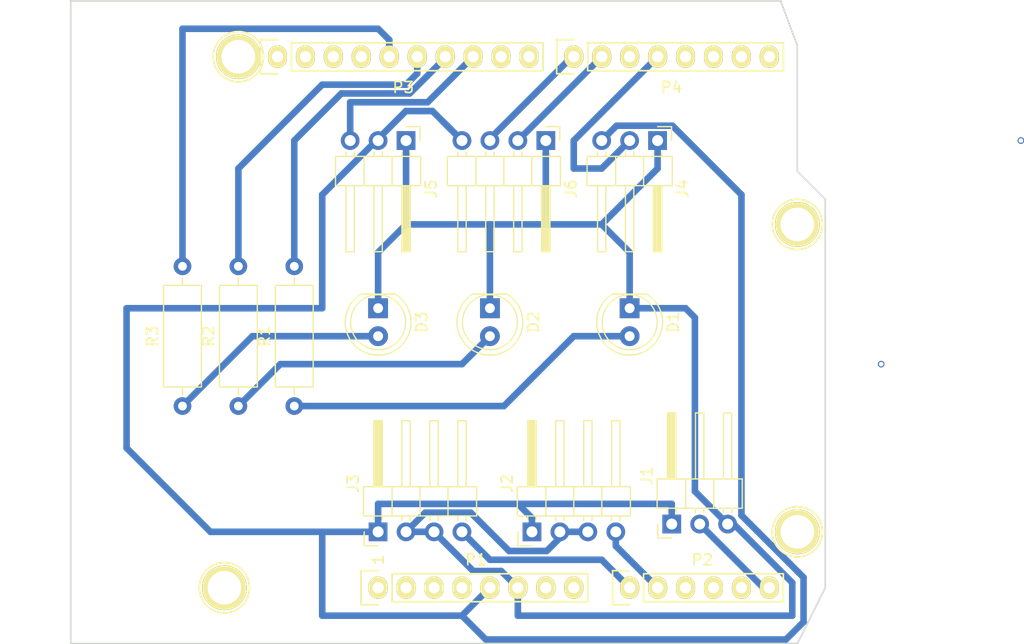
<source format=kicad_pcb>
(kicad_pcb (version 20211014) (generator pcbnew)
  (title_block (date "lun. 30 mars 2015"))
  (layers (0 "F.Cu" signal) (31 "B.Cu" signal) (34 "B.Paste" user) (35 "F.Paste" user) (36 "B.SilkS" user "B.Silkscreen") (37 "F.SilkS" user "F.Silkscreen") (38 "B.Mask" user) (39 "F.Mask" user) (44 "Edge.Cuts" user))
  (net 0 "")
  (net 1 "/IOREF")
  (net 2 "/Reset")
  (net 3 "+5V")
  (net 4 "GND")
  (net 5 "/Vin")
  (net 6 "/A2")
  (net 7 "/A3")
  (net 8 "/AREF")
  (net 9 "/A4(SDA)")
  (net 10 "/9(**)")
  (net 11 "/5(**)")
  (net 12 "Relay D10")
  (net 14 "Ultrasonic_Trig 6")
  (net 15 "Ultrasonic_Echo d7")
  (net 20 "/8")
  (net 21 "led 1 D11")
  (net 23 "Net-(D1-Pad2)")
  (net 24 "Net-(D2-Pad2)")
  (net 25 "Net-(D3-Pad2)")
  (net 26 "Soil sensor A5")
  (net 27 "led 2 d12")
  (net 28 "Light sensor A1")
  (net 29 "led 3 d13")
  (net 30 "Light Sensor A0")
  (net 31 "dht 11 out")
  (net 33 "/0(Rx)")
  (net 34 "/1(Tx)")
  (net 35 "/2")
  (net 36 "/3(**)")
  (footprint "Socket_Arduino_Uno:Socket_Strip_Arduino_1x08" (layer "F.Cu") (at 138.938 123.825)
    (fp_text reference "P1" (at 8.89 -2.54) (layer "F.SilkS"))
    (fp_text value "Power")
    (fp_line (start 19.05 1.27) (end 19.05 -1.27) (layer "F.SilkS") (width 0.15))
    (fp_line (start 1.27 1.27) (end 19.05 1.27) (layer "F.SilkS") (width 0.15))
    (fp_line (start 19.05 -1.27) (end 1.27 -1.27) (layer "F.SilkS") (width 0.15))
    (fp_line (start 0 -1.55) (end -1.55 -1.55) (layer "F.SilkS") (width 0.15))
    (fp_line (start -1.55 -1.55) (end -1.55 1.55) (layer "F.SilkS") (width 0.15))
    (fp_line (start -1.55 1.55) (end 0 1.55) (layer "F.SilkS") (width 0.15))
    (fp_line (start 1.27 1.27) (end 1.27 -1.27) (layer "F.SilkS") (width 0.15))
    (pad "1" thru_hole oval locked (at 0 0) (size 1.7272 2.032) (drill 1.016) (layers *.Cu *.Mask "F.SilkS"))
    (pad "2" thru_hole oval locked (at 2.54 0) (size 1.7272 2.032) (drill 1.016) (layers *.Cu *.Mask "F.SilkS") (net 1 "/IOREF"))
    (pad "3" thru_hole oval locked (at 5.08 0) (size 1.7272 2.032) (drill 1.016) (layers *.Cu *.Mask "F.SilkS") (net 2 "/Reset"))
    (pad "4" thru_hole oval locked (at 7.62 0) (size 1.7272 2.032) (drill 1.016) (layers *.Cu *.Mask "F.SilkS"))
    (pad "5" thru_hole oval locked (at 10.16 0) (size 1.7272 2.032) (drill 1.016) (layers *.Cu *.Mask "F.SilkS") (net 3 "+5V"))
    (pad "6" thru_hole oval locked (at 12.7 0) (size 1.7272 2.032) (drill 1.016) (layers *.Cu *.Mask "F.SilkS") (net 4 "GND"))
    (pad "7" thru_hole oval locked (at 15.24 0) (size 1.7272 2.032) (drill 1.016) (layers *.Cu *.Mask "F.SilkS") (net 4 "GND"))
    (pad "8" thru_hole oval locked (at 17.78 0) (size 1.7272 2.032) (drill 1.016) (layers *.Cu *.Mask "F.SilkS") (net 5 "/Vin"))
  )
  (footprint "Socket_Arduino_Uno:Socket_Strip_Arduino_1x06" (layer "F.Cu") (at 161.798 123.825)
    (fp_text reference "P2" (at 6.604 -2.54) (layer "F.SilkS"))
    (fp_text value "Analog")
    (fp_line (start 1.27 1.27) (end 1.27 -1.27) (layer "F.SilkS") (width 0.15))
    (fp_line (start 0 -1.55) (end -1.55 -1.55) (layer "F.SilkS") (width 0.15))
    (fp_line (start 13.97 -1.27) (end 1.27 -1.27) (layer "F.SilkS") (width 0.15))
    (fp_line (start 1.27 1.27) (end 13.97 1.27) (layer "F.SilkS") (width 0.15))
    (fp_line (start 13.97 1.27) (end 13.97 -1.27) (layer "F.SilkS") (width 0.15))
    (fp_line (start -1.55 -1.55) (end -1.55 1.55) (layer "F.SilkS") (width 0.15))
    (fp_line (start -1.55 1.55) (end 0 1.55) (layer "F.SilkS") (width 0.15))
    (pad "1" thru_hole oval locked (at 0 0) (size 1.7272 2.032) (drill 1.016) (layers *.Cu *.Mask "F.SilkS") (net 30 "Light Sensor A0"))
    (pad "2" thru_hole oval locked (at 2.54 0) (size 1.7272 2.032) (drill 1.016) (layers *.Cu *.Mask "F.SilkS") (net 28 "Light sensor A1"))
    (pad "3" thru_hole oval locked (at 5.08 0) (size 1.7272 2.032) (drill 1.016) (layers *.Cu *.Mask "F.SilkS") (net 6 "/A2"))
    (pad "4" thru_hole oval locked (at 7.62 0) (size 1.7272 2.032) (drill 1.016) (layers *.Cu *.Mask "F.SilkS") (net 7 "/A3"))
    (pad "5" thru_hole oval locked (at 10.16 0) (size 1.7272 2.032) (drill 1.016) (layers *.Cu *.Mask "F.SilkS") (net 9 "/A4(SDA)"))
    (pad "6" thru_hole oval locked (at 12.7 0) (size 1.7272 2.032) (drill 1.016) (layers *.Cu *.Mask "F.SilkS") (net 26 "Soil sensor A5"))
  )
  (footprint "Socket_Arduino_Uno:Socket_Strip_Arduino_1x10" (layer "F.Cu") (at 129.794 75.565)
    (fp_text reference "P3" (at 11.43 2.794) (layer "F.SilkS"))
    (fp_text value "Digital")
    (fp_line (start -1.55 -1.55) (end -1.55 1.55) (layer "F.SilkS") (width 0.15))
    (fp_line (start 1.27 1.27) (end 24.13 1.27) (layer "F.SilkS") (width 0.15))
    (fp_line (start 24.13 1.27) (end 24.13 -1.27) (layer "F.SilkS") (width 0.15))
    (fp_line (start 24.13 -1.27) (end 1.27 -1.27) (layer "F.SilkS") (width 0.15))
    (fp_line (start 0 -1.55) (end -1.55 -1.55) (layer "F.SilkS") (width 0.15))
    (fp_line (start -1.55 1.55) (end 0 1.55) (layer "F.SilkS") (width 0.15))
    (fp_line (start 1.27 1.27) (end 1.27 -1.27) (layer "F.SilkS") (width 0.15))
    (pad "1" thru_hole oval locked (at 0 0) (size 1.7272 2.032) (drill 1.016) (layers *.Cu *.Mask "F.SilkS"))
    (pad "2" thru_hole oval locked (at 2.54 0) (size 1.7272 2.032) (drill 1.016) (layers *.Cu *.Mask "F.SilkS") (net 9 "/A4(SDA)"))
    (pad "3" thru_hole oval locked (at 5.08 0) (size 1.7272 2.032) (drill 1.016) (layers *.Cu *.Mask "F.SilkS") (net 8 "/AREF"))
    (pad "4" thru_hole oval locked (at 7.62 0) (size 1.7272 2.032) (drill 1.016) (layers *.Cu *.Mask "F.SilkS") (net 4 "GND"))
    (pad "5" thru_hole oval locked (at 10.16 0) (size 1.7272 2.032) (drill 1.016) (layers *.Cu *.Mask "F.SilkS") (net 29 "led 3 d13"))
    (pad "6" thru_hole oval locked (at 12.7 0) (size 1.7272 2.032) (drill 1.016) (layers *.Cu *.Mask "F.SilkS") (net 27 "led 2 d12"))
    (pad "7" thru_hole oval locked (at 15.24 0) (size 1.7272 2.032) (drill 1.016) (layers *.Cu *.Mask "F.SilkS") (net 21 "led 1 D11"))
    (pad "8" thru_hole oval locked (at 17.78 0) (size 1.7272 2.032) (drill 1.016) (layers *.Cu *.Mask "F.SilkS") (net 12 "Relay D10"))
    (pad "9" thru_hole oval locked (at 20.32 0) (size 1.7272 2.032) (drill 1.016) (layers *.Cu *.Mask "F.SilkS") (net 10 "/9(**)"))
    (pad "10" thru_hole oval locked (at 22.86 0) (size 1.7272 2.032) (drill 1.016) (layers *.Cu *.Mask "F.SilkS") (net 20 "/8"))
  )
  (footprint "Socket_Arduino_Uno:Socket_Strip_Arduino_1x08" (layer "F.Cu") (at 156.718 75.565)
    (fp_text reference "P4" (at 8.89 2.794) (layer "F.SilkS"))
    (fp_text value "Digital")
    (fp_line (start 19.05 -1.27) (end 1.27 -1.27) (layer "F.SilkS") (width 0.15))
    (fp_line (start -1.55 1.55) (end 0 1.55) (layer "F.SilkS") (width 0.15))
    (fp_line (start 1.27 1.27) (end 19.05 1.27) (layer "F.SilkS") (width 0.15))
    (fp_line (start 1.27 1.27) (end 1.27 -1.27) (layer "F.SilkS") (width 0.15))
    (fp_line (start 0 -1.55) (end -1.55 -1.55) (layer "F.SilkS") (width 0.15))
    (fp_line (start 19.05 1.27) (end 19.05 -1.27) (layer "F.SilkS") (width 0.15))
    (fp_line (start -1.55 -1.55) (end -1.55 1.55) (layer "F.SilkS") (width 0.15))
    (pad "1" thru_hole oval locked (at 0 0) (size 1.7272 2.032) (drill 1.016) (layers *.Cu *.Mask "F.SilkS") (net 14 "Ultrasonic_Trig 6"))
    (pad "2" thru_hole oval locked (at 2.54 0) (size 1.7272 2.032) (drill 1.016) (layers *.Cu *.Mask "F.SilkS") (net 15 "Ultrasonic_Echo d7"))
    (pad "3" thru_hole oval locked (at 5.08 0) (size 1.7272 2.032) (drill 1.016) (layers *.Cu *.Mask "F.SilkS") (net 11 "/5(**)"))
    (pad "4" thru_hole oval locked (at 7.62 0) (size 1.7272 2.032) (drill 1.016) (layers *.Cu *.Mask "F.SilkS") (net 31 "dht 11 out"))
    (pad "5" thru_hole oval locked (at 10.16 0) (size 1.7272 2.032) (drill 1.016) (layers *.Cu *.Mask "F.SilkS") (net 36 "/3(**)"))
    (pad "6" thru_hole oval locked (at 12.7 0) (size 1.7272 2.032) (drill 1.016) (layers *.Cu *.Mask "F.SilkS") (net 35 "/2"))
    (pad "7" thru_hole oval locked (at 15.24 0) (size 1.7272 2.032) (drill 1.016) (layers *.Cu *.Mask "F.SilkS") (net 34 "/1(Tx)"))
    (pad "8" thru_hole oval locked (at 17.78 0) (size 1.7272 2.032) (drill 1.016) (layers *.Cu *.Mask "F.SilkS") (net 33 "/0(Rx)"))
  )
  (footprint "Socket_Arduino_Uno:Arduino_1pin" (layer "F.Cu") (at 124.968 123.825)
    (fp_text reference "P5" hide)
    (fp_text value "CONN_01X01" hide)
    (fp_circle (center 0 0) (end 0 -2.286) (layer "F.SilkS") (width 0.15) (fill none))
    (pad "1" thru_hole circle locked (at 0 0) (size 4.064 4.064) (drill 3.048) (layers *.Cu *.Mask "F.SilkS"))
  )
  (footprint "Socket_Arduino_Uno:Arduino_1pin" (layer "F.Cu") (at 177.038 118.745)
    (fp_text reference "P6" hide)
    (fp_text value "CONN_01X01" hide)
    (fp_circle (center 0 0) (end 0 -2.286) (layer "F.SilkS") (width 0.15) (fill none))
    (pad "1" thru_hole circle locked (at 0 0) (size 4.064 4.064) (drill 3.048) (layers *.Cu *.Mask "F.SilkS"))
  )
  (footprint "Socket_Arduino_Uno:Arduino_1pin" (layer "F.Cu") (at 126.238 75.565)
    (fp_text reference "P7" hide)
    (fp_text value "CONN_01X01" hide)
    (fp_circle (center 0 0) (end 0 -2.286) (layer "F.SilkS") (width 0.15) (fill none))
    (pad "1" thru_hole circle locked (at 0 0) (size 4.064 4.064) (drill 3.048) (layers *.Cu *.Mask "F.SilkS"))
  )
  (footprint "Socket_Arduino_Uno:Arduino_1pin" (layer "F.Cu") (at 177.038 90.805)
    (fp_text reference "P8" hide)
    (fp_text value "CONN_01X01" hide)
    (fp_circle (center 0 0) (end 0 -2.286) (layer "F.SilkS") (width 0.15) (fill none))
    (pad "1" thru_hole circle locked (at 0 0) (size 4.064 4.064) (drill 3.048) (layers *.Cu *.Mask "F.SilkS"))
  )
  (footprint "Connector_PinHeader_2.54mm:PinHeader_1x04_P2.54mm_Horizontal" (layer "F.Cu") (at 152.918 118.745 90)
    (fp_text reference "J2" (at 4.385 -2.27 90) (layer "F.SilkS"))
    (fp_text value "Light Sensor")
    (fp_line (start 1.44 6.35) (end 4.1 6.35) (layer "F.SilkS") (width 0.12))
    (fp_line (start 1.11 0.38) (end 1.44 0.38) (layer "F.SilkS") (width 0.12))
    (fp_line (start 10.1 0.38) (end 4.1 0.38) (layer "F.SilkS") (width 0.12))
    (fp_line (start 1.042929 5.46) (end 1.44 5.46) (layer "F.SilkS") (width 0.12))
    (fp_line (start 4.1 7.24) (end 10.1 7.24) (layer "F.SilkS") (width 0.12))
    (fp_line (start -1.27 0) (end -1.27 -1.27) (layer "F.SilkS") (width 0.12))
    (fp_line (start 10.1 4.7) (end 10.1 5.46) (layer "F.SilkS") (width 0.12))
    (fp_line (start -1.27 -1.27) (end 0 -1.27) (layer "F.SilkS") (width 0.12))
    (fp_line (start 4.1 0.16) (end 10.1 0.16) (layer "F.SilkS") (width 0.12))
    (fp_line (start 1.11 -0.38) (end 1.44 -0.38) (layer "F.SilkS") (width 0.12))
    (fp_line (start 1.44 8.95) (end 4.1 8.95) (layer "F.SilkS") (width 0.12))
    (fp_line (start 1.44 -1.33) (end 1.44 8.95) (layer "F.SilkS") (width 0.12))
    (fp_line (start 1.44 3.81) (end 4.1 3.81) (layer "F.SilkS") (width 0.12))
    (fp_line (start 4.1 -0.32) (end 10.1 -0.32) (layer "F.SilkS") (width 0.12))
    (fp_line (start 10.1 2.92) (end 4.1 2.92) (layer "F.SilkS") (width 0.12))
    (fp_line (start 1.042929 8) (end 1.44 8) (layer "F.SilkS") (width 0.12))
    (fp_line (start 10.1 2.16) (end 10.1 2.92) (layer "F.SilkS") (width 0.12))
    (fp_line (start 10.1 -0.38) (end 10.1 0.38) (layer "F.SilkS") (width 0.12))
    (fp_line (start 10.1 8) (end 4.1 8) (layer "F.SilkS") (width 0.12))
    (fp_line (start 4.1 0.04) (end 10.1 0.04) (layer "F.SilkS") (width 0.12))
    (fp_line (start 1.042929 4.7) (end 1.44 4.7) (layer "F.SilkS") (width 0.12))
    (fp_line (start 4.1 0.28) (end 10.1 0.28) (layer "F.SilkS") (width 0.12))
    (fp_line (start 4.1 2.16) (end 10.1 2.16) (layer "F.SilkS") (width 0.12))
    (fp_line (start 4.1 -0.08) (end 10.1 -0.08) (layer "F.SilkS") (width 0.12))
    (fp_line (start 4.1 -0.38) (end 10.1 -0.38) (layer "F.SilkS") (width 0.12))
    (fp_line (start 4.1 8.95) (end 4.1 -1.33) (layer "F.SilkS") (width 0.12))
    (fp_line (start 4.1 -0.2) (end 10.1 -0.2) (layer "F.SilkS") (width 0.12))
    (fp_line (start 1.042929 2.16) (end 1.44 2.16) (layer "F.SilkS") (width 0.12))
    (fp_line (start 1.44 1.27) (end 4.1 1.27) (layer "F.SilkS") (width 0.12))
    (fp_line (start 4.1 4.7) (end 10.1 4.7) (layer "F.SilkS") (width 0.12))
    (fp_line (start 4.1 -1.33) (end 1.44 -1.33) (layer "F.SilkS") (width 0.12))
    (fp_line (start 1.042929 2.92) (end 1.44 2.92) (layer "F.SilkS") (width 0.12))
    (fp_line (start 10.1 5.46) (end 4.1 5.46) (layer "F.SilkS") (width 0.12))
    (fp_line (start 1.042929 7.24) (end 1.44 7.24) (layer "F.SilkS") (width 0.12))
    (fp_line (start 10.1 7.24) (end 10.1 8) (layer "F.SilkS") (width 0.12))
    (pad "1" thru_hole rect (at 0 0 90) (size 1.7 1.7) (drill 1) (layers *.Cu *.Mask) (net 3 "+5V"))
    (pad "2" thru_hole oval (at 0 2.54 90) (size 1.7 1.7) (drill 1) (layers *.Cu *.Mask) (net 4 "GND"))
    (pad "3" thru_hole oval (at 0 5.08 90) (size 1.7 1.7) (drill 1) (layers *.Cu *.Mask) (net 4 "GND"))
    (pad "4" thru_hole oval (at 0 7.62 90) (size 1.7 1.7) (drill 1) (layers *.Cu *.Mask) (net 28 "Light sensor A1"))
  )
  (footprint "Resistor_THT:R_Axial_DIN0309_L9.0mm_D3.2mm_P12.70mm_Horizontal" (layer "F.Cu") (at 121.158 107.315 90)
    (fp_text reference "R3" (at 6.35 -2.72 90) (layer "F.SilkS"))
    (fp_text value "R_Small")
    (fp_line (start 1.04 0) (end 1.73 0) (layer "F.SilkS") (width 0.12))
    (fp_line (start 10.97 1.72) (end 10.97 -1.72) (layer "F.SilkS") (width 0.12))
    (fp_line (start 11.66 0) (end 10.97 0) (layer "F.SilkS") (width 0.12))
    (fp_line (start 10.97 -1.72) (end 1.73 -1.72) (layer "F.SilkS") (width 0.12))
    (fp_line (start 1.73 1.72) (end 10.97 1.72) (layer "F.SilkS") (width 0.12))
    (fp_line (start 1.73 -1.72) (end 1.73 1.72) (layer "F.SilkS") (width 0.12))
    (pad "1" thru_hole circle (at 0 0 90) (size 1.6 1.6) (drill 0.8) (layers *.Cu *.Mask) (net 25 "Net-(D3-Pad2)"))
    (pad "2" thru_hole oval (at 12.7 0 90) (size 1.6 1.6) (drill 0.8) (layers *.Cu *.Mask) (net 29 "led 3 d13"))
  )
  (footprint "Connector_PinHeader_2.54mm:PinHeader_1x03_P2.54mm_Horizontal" (layer "F.Cu") (at 165.623 118.04 90)
    (fp_text reference "J1" (at 4.385 -2.27 90) (layer "F.SilkS"))
    (fp_text value "Humidity Sensor")
    (fp_line (start 10.1 2.92) (end 4.1 2.92) (layer "F.SilkS") (width 0.12))
    (fp_line (start -1.27 0) (end -1.27 -1.27) (layer "F.SilkS") (width 0.12))
    (fp_line (start 4.1 0.28) (end 10.1 0.28) (layer "F.SilkS") (width 0.12))
    (fp_line (start 4.1 6.41) (end 4.1 -1.33) (layer "F.SilkS") (width 0.12))
    (fp_line (start 4.1 -0.2) (end 10.1 -0.2) (layer "F.SilkS") (width 0.12))
    (fp_line (start 4.1 2.16) (end 10.1 2.16) (layer "F.SilkS") (width 0.12))
    (fp_line (start 1.11 -0.38) (end 1.44 -0.38) (layer "F.SilkS") (width 0.12))
    (fp_line (start 4.1 -0.38) (end 10.1 -0.38) (layer "F.SilkS") (width 0.12))
    (fp_line (start 1.44 1.27) (end 4.1 1.27) (layer "F.SilkS") (width 0.12))
    (fp_line (start 1.042929 2.16) (end 1.44 2.16) (layer "F.SilkS") (width 0.12))
    (fp_line (start 1.042929 2.92) (end 1.44 2.92) (layer "F.SilkS") (width 0.12))
    (fp_line (start 1.44 6.41) (end 4.1 6.41) (layer "F.SilkS") (width 0.12))
    (fp_line (start 1.44 3.81) (end 4.1 3.81) (layer "F.SilkS") (width 0.12))
    (fp_line (start 10.1 4.7) (end 10.1 5.46) (layer "F.SilkS") (width 0.12))
    (fp_line (start 10.1 5.46) (end 4.1 5.46) (layer "F.SilkS") (width 0.12))
    (fp_line (start 4.1 0.04) (end 10.1 0.04) (layer "F.SilkS") (width 0.12))
    (fp_line (start 4.1 4.7) (end 10.1 4.7) (layer "F.SilkS") (width 0.12))
    (fp_line (start 4.1 -0.32) (end 10.1 -0.32) (layer "F.SilkS") (width 0.12))
    (fp_line (start 1.11 0.38) (end 1.44 0.38) (layer "F.SilkS") (width 0.12))
    (fp_line (start -1.27 -1.27) (end 0 -1.27) (layer "F.SilkS") (width 0.12))
    (fp_line (start 4.1 0.16) (end 10.1 0.16) (layer "F.SilkS") (width 0.12))
    (fp_line (start 4.1 -1.33) (end 1.44 -1.33) (layer "F.SilkS") (width 0.12))
    (fp_line (start 1.44 -1.33) (end 1.44 6.41) (layer "F.SilkS") (width 0.12))
    (fp_line (start 10.1 0.38) (end 4.1 0.38) (layer "F.SilkS") (width 0.12))
    (fp_line (start 1.042929 5.46) (end 1.44 5.46) (layer "F.SilkS") (width 0.12))
    (fp_line (start 10.1 2.16) (end 10.1 2.92) (layer "F.SilkS") (width 0.12))
    (fp_line (start 10.1 -0.38) (end 10.1 0.38) (layer "F.SilkS") (width 0.12))
    (fp_line (start 4.1 -0.08) (end 10.1 -0.08) (layer "F.SilkS") (width 0.12))
    (fp_line (start 1.042929 4.7) (end 1.44 4.7) (layer "F.SilkS") (width 0.12))
    (pad "1" thru_hole rect (at 0 0 90) (size 1.7 1.7) (drill 1) (layers *.Cu *.Mask) (net 3 "+5V"))
    (pad "2" thru_hole oval (at 0 2.54 90) (size 1.7 1.7) (drill 1) (layers *.Cu *.Mask) (net 26 "Soil sensor A5"))
    (pad "3" thru_hole oval (at 0 5.08 90) (size 1.7 1.7) (drill 1) (layers *.Cu *.Mask) (net 4 "GND"))
  )
  (footprint "Connector_PinHeader_2.54mm:PinHeader_1x04_P2.54mm_Horizontal" (layer "F.Cu") (at 154.178 83.185 -90)
    (fp_text reference "J6" (at 4.385 -2.27 90) (layer "F.SilkS"))
    (fp_text value "Ultrasonic Sensor")
    (fp_line (start 1.042929 7.24) (end 1.44 7.24) (layer "F.SilkS") (width 0.12))
    (fp_line (start 1.042929 5.46) (end 1.44 5.46) (layer "F.SilkS") (width 0.12))
    (fp_line (start 4.1 2.16) (end 10.1 2.16) (layer "F.SilkS") (width 0.12))
    (fp_line (start -1.27 0) (end -1.27 -1.27) (layer "F.SilkS") (width 0.12))
    (fp_line (start 4.1 -1.33) (end 1.44 -1.33) (layer "F.SilkS") (width 0.12))
    (fp_line (start 4.1 4.7) (end 10.1 4.7) (layer "F.SilkS") (width 0.12))
    (fp_line (start 4.1 -0.32) (end 10.1 -0.32) (layer "F.SilkS") (width 0.12))
    (fp_line (start 1.042929 2.92) (end 1.44 2.92) (layer "F.SilkS") (width 0.12))
    (fp_line (start 4.1 7.24) (end 10.1 7.24) (layer "F.SilkS") (width 0.12))
    (fp_line (start 10.1 0.38) (end 4.1 0.38) (layer "F.SilkS") (width 0.12))
    (fp_line (start 1.44 3.81) (end 4.1 3.81) (layer "F.SilkS") (width 0.12))
    (fp_line (start 4.1 8.95) (end 4.1 -1.33) (layer "F.SilkS") (width 0.12))
    (fp_line (start 1.44 1.27) (end 4.1 1.27) (layer "F.SilkS") (width 0.12))
    (fp_line (start 1.44 6.35) (end 4.1 6.35) (layer "F.SilkS") (width 0.12))
    (fp_line (start 10.1 4.7) (end 10.1 5.46) (layer "F.SilkS") (width 0.12))
    (fp_line (start 1.042929 2.16) (end 1.44 2.16) (layer "F.SilkS") (width 0.12))
    (fp_line (start -1.27 -1.27) (end 0 -1.27) (layer "F.SilkS") (width 0.12))
    (fp_line (start 1.042929 8) (end 1.44 8) (layer "F.SilkS") (width 0.12))
    (fp_line (start 4.1 -0.38) (end 10.1 -0.38) (layer "F.SilkS") (width 0.12))
    (fp_line (start 4.1 0.28) (end 10.1 0.28) (layer "F.SilkS") (width 0.12))
    (fp_line (start 4.1 -0.2) (end 10.1 -0.2) (layer "F.SilkS") (width 0.12))
    (fp_line (start 10.1 2.16) (end 10.1 2.92) (layer "F.SilkS") (width 0.12))
    (fp_line (start 4.1 0.04) (end 10.1 0.04) (layer "F.SilkS") (width 0.12))
    (fp_line (start 1.44 8.95) (end 4.1 8.95) (layer "F.SilkS") (width 0.12))
    (fp_line (start 1.11 0.38) (end 1.44 0.38) (layer "F.SilkS") (width 0.12))
    (fp_line (start 10.1 5.46) (end 4.1 5.46) (layer "F.SilkS") (width 0.12))
    (fp_line (start 1.042929 4.7) (end 1.44 4.7) (layer "F.SilkS") (width 0.12))
    (fp_line (start 10.1 7.24) (end 10.1 8) (layer "F.SilkS") (width 0.12))
    (fp_line (start 10.1 2.92) (end 4.1 2.92) (layer "F.SilkS") (width 0.12))
    (fp_line (start 10.1 -0.38) (end 10.1 0.38) (layer "F.SilkS") (width 0.12))
    (fp_line (start 1.11 -0.38) (end 1.44 -0.38) (layer "F.SilkS") (width 0.12))
    (fp_line (start 1.44 -1.33) (end 1.44 8.95) (layer "F.SilkS") (width 0.12))
    (fp_line (start 4.1 -0.08) (end 10.1 -0.08) (layer "F.SilkS") (width 0.12))
    (fp_line (start 4.1 0.16) (end 10.1 0.16) (layer "F.SilkS") (width 0.12))
    (fp_line (start 10.1 8) (end 4.1 8) (layer "F.SilkS") (width 0.12))
    (pad "1" thru_hole rect (at 0 0 270) (size 1.7 1.7) (drill 1) (layers *.Cu *.Mask) (net 4 "GND"))
    (pad "2" thru_hole oval (at 0 2.54 270) (size 1.7 1.7) (drill 1) (layers *.Cu *.Mask) (net 15 "Ultrasonic_Echo d7"))
    (pad "3" thru_hole oval (at 0 5.08 270) (size 1.7 1.7) (drill 1) (layers *.Cu *.Mask) (net 14 "Ultrasonic_Trig 6"))
    (pad "4" thru_hole oval (at 0 7.62 270) (size 1.7 1.7) (drill 1) (layers *.Cu *.Mask) (net 3 "+5V"))
  )
  (footprint "LED_THT:LED_D5.0mm" (layer "F.Cu") (at 161.798 98.425 -90)
    (fp_text reference "D1" (at 1.27 -3.96 -270) (layer "F.SilkS"))
    (fp_text value "LED_Small")
    (fp_line (start -1.29 -1.545) (end -1.29 1.545) (layer "F.SilkS") (width 0.12))
    (fp_arc (start 4.26 -0.000462) (mid 2.072002 2.880433) (end -1.29 1.54483) (layer "F.SilkS") (width 0.12))
    (fp_arc (start -1.29 -1.54483) (mid 2.072002 -2.880433) (end 4.26 0.000462) (layer "F.SilkS") (width 0.12))
    (fp_circle (center 1.27 0) (end 3.77 0) (layer "F.SilkS") (width 0.12) (fill none))
    (pad "1" thru_hole rect (at 0 0 270) (size 1.8 1.8) (drill 0.9) (layers *.Cu *.Mask) (net 4 "GND"))
    (pad "2" thru_hole circle (at 2.54 0 270) (size 1.8 1.8) (drill 0.9) (layers *.Cu *.Mask) (net 23 "Net-(D1-Pad2)"))
  )
  (footprint "Connector_PinHeader_2.54mm:PinHeader_1x03_P2.54mm_Horizontal" (layer "F.Cu") (at 141.478 83.185 -90)
    (fp_text reference "J5" (at 4.385 -2.27 90) (layer "F.SilkS"))
    (fp_text value "Relay 1 channel")
    (fp_line (start 1.44 3.81) (end 4.1 3.81) (layer "F.SilkS") (width 0.12))
    (fp_line (start 10.1 2.92) (end 4.1 2.92) (layer "F.SilkS") (width 0.12))
    (fp_line (start 4.1 0.04) (end 10.1 0.04) (layer "F.SilkS") (width 0.12))
    (fp_line (start 4.1 -0.32) (end 10.1 -0.32) (layer "F.SilkS") (width 0.12))
    (fp_line (start -1.27 -1.27) (end 0 -1.27) (layer "F.SilkS") (width 0.12))
    (fp_line (start 1.042929 4.7) (end 1.44 4.7) (layer "F.SilkS") (width 0.12))
    (fp_line (start 10.1 4.7) (end 10.1 5.46) (layer "F.SilkS") (width 0.12))
    (fp_line (start 4.1 4.7) (end 10.1 4.7) (layer "F.SilkS") (width 0.12))
    (fp_line (start 1.042929 2.92) (end 1.44 2.92) (layer "F.SilkS") (width 0.12))
    (fp_line (start 1.042929 5.46) (end 1.44 5.46) (layer "F.SilkS") (width 0.12))
    (fp_line (start 1.11 -0.38) (end 1.44 -0.38) (layer "F.SilkS") (width 0.12))
    (fp_line (start 10.1 5.46) (end 4.1 5.46) (layer "F.SilkS") (width 0.12))
    (fp_line (start 1.44 6.41) (end 4.1 6.41) (layer "F.SilkS") (width 0.12))
    (fp_line (start 4.1 0.16) (end 10.1 0.16) (layer "F.SilkS") (width 0.12))
    (fp_line (start 4.1 -0.38) (end 10.1 -0.38) (layer "F.SilkS") (width 0.12))
    (fp_line (start 10.1 -0.38) (end 10.1 0.38) (layer "F.SilkS") (width 0.12))
    (fp_line (start 1.44 -1.33) (end 1.44 6.41) (layer "F.SilkS") (width 0.12))
    (fp_line (start -1.27 0) (end -1.27 -1.27) (layer "F.SilkS") (width 0.12))
    (fp_line (start 4.1 -1.33) (end 1.44 -1.33) (layer "F.SilkS") (width 0.12))
    (fp_line (start 1.11 0.38) (end 1.44 0.38) (layer "F.SilkS") (width 0.12))
    (fp_line (start 4.1 -0.08) (end 10.1 -0.08) (layer "F.SilkS") (width 0.12))
    (fp_line (start 10.1 0.38) (end 4.1 0.38) (layer "F.SilkS") (width 0.12))
    (fp_line (start 1.44 1.27) (end 4.1 1.27) (layer "F.SilkS") (width 0.12))
    (fp_line (start 4.1 2.16) (end 10.1 2.16) (layer "F.SilkS") (width 0.12))
    (fp_line (start 4.1 -0.2) (end 10.1 -0.2) (layer "F.SilkS") (width 0.12))
    (fp_line (start 4.1 6.41) (end 4.1 -1.33) (layer "F.SilkS") (width 0.12))
    (fp_line (start 10.1 2.16) (end 10.1 2.92) (layer "F.SilkS") (width 0.12))
    (fp_line (start 1.042929 2.16) (end 1.44 2.16) (layer "F.SilkS") (width 0.12))
    (fp_line (start 4.1 0.28) (end 10.1 0.28) (layer "F.SilkS") (width 0.12))
    (pad "1" thru_hole rect (at 0 0 270) (size 1.7 1.7) (drill 1) (layers *.Cu *.Mask) (net 4 "GND"))
    (pad "2" thru_hole oval (at 0 2.54 270) (size 1.7 1.7) (drill 1) (layers *.Cu *.Mask) (net 3 "+5V"))
    (pad "3" thru_hole oval (at 0 5.08 270) (size 1.7 1.7) (drill 1) (layers *.Cu *.Mask) (net 12 "Relay D10"))
  )
  (footprint "Resistor_THT:R_Axial_DIN0309_L9.0mm_D3.2mm_P12.70mm_Horizontal" (layer "F.Cu") (at 131.318 107.315 90)
    (fp_text reference "R1" (at 6.35 -2.72 90) (layer "F.SilkS"))
    (fp_text value "R_Small")
    (fp_line (start 10.97 -1.72) (end 1.73 -1.72) (layer "F.SilkS") (width 0.12))
    (fp_line (start 11.66 0) (end 10.97 0) (layer "F.SilkS") (width 0.12))
    (fp_line (start 1.73 -1.72) (end 1.73 1.72) (layer "F.SilkS") (width 0.12))
    (fp_line (start 10.97 1.72) (end 10.97 -1.72) (layer "F.SilkS") (width 0.12))
    (fp_line (start 1.73 1.72) (end 10.97 1.72) (layer "F.SilkS") (width 0.12))
    (fp_line (start 1.04 0) (end 1.73 0) (layer "F.SilkS") (width 0.12))
    (pad "1" thru_hole circle (at 0 0 90) (size 1.6 1.6) (drill 0.8) (layers *.Cu *.Mask) (net 23 "Net-(D1-Pad2)"))
    (pad "2" thru_hole oval (at 12.7 0 90) (size 1.6 1.6) (drill 0.8) (layers *.Cu *.Mask) (net 21 "led 1 D11"))
  )
  (footprint "LED_THT:LED_D5.0mm" (layer "F.Cu") (at 138.938 98.425 -90)
    (fp_text reference "D3" (at 1.27 -3.96 -270) (layer "F.SilkS"))
    (fp_text value "LED_Small")
    (fp_line (start -1.29 -1.545) (end -1.29 1.545) (layer "F.SilkS") (width 0.12))
    (fp_arc (start -1.29 -1.54483) (mid 2.072002 -2.880433) (end 4.26 0.000462) (layer "F.SilkS") (width 0.12))
    (fp_arc (start 4.26 -0.000462) (mid 2.072002 2.880433) (end -1.29 1.54483) (layer "F.SilkS") (width 0.12))
    (fp_circle (center 1.27 0) (end 3.77 0) (layer "F.SilkS") (width 0.12) (fill none))
    (pad "1" thru_hole rect (at 0 0 270) (size 1.8 1.8) (drill 0.9) (layers *.Cu *.Mask) (net 4 "GND"))
    (pad "2" thru_hole circle (at 2.54 0 270) (size 1.8 1.8) (drill 0.9) (layers *.Cu *.Mask) (net 25 "Net-(D3-Pad2)"))
  )
  (footprint "Connector_PinHeader_2.54mm:PinHeader_1x04_P2.54mm_Horizontal" (layer "F.Cu") (at 138.938 118.745 90)
    (fp_text reference "J3" (at 4.385 -2.27 90) (layer "F.SilkS"))
    (fp_text value "Light Sensor")
    (fp_line (start 4.1 -0.38) (end 10.1 -0.38) (layer "F.SilkS") (width 0.12))
    (fp_line (start 1.042929 4.7) (end 1.44 4.7) (layer "F.SilkS") (width 0.12))
    (fp_line (start 1.44 6.35) (end 4.1 6.35) (layer "F.SilkS") (width 0.12))
    (fp_line (start 1.11 0.38) (end 1.44 0.38) (layer "F.SilkS") (width 0.12))
    (fp_line (start 1.44 8.95) (end 4.1 8.95) (layer "F.SilkS") (width 0.12))
    (fp_line (start 4.1 0.16) (end 10.1 0.16) (layer "F.SilkS") (width 0.12))
    (fp_line (start 1.042929 7.24) (end 1.44 7.24) (layer "F.SilkS") (width 0.12))
    (fp_line (start 4.1 2.16) (end 10.1 2.16) (layer "F.SilkS") (width 0.12))
    (fp_line (start 10.1 7.24) (end 10.1 8) (layer "F.SilkS") (width 0.12))
    (fp_line (start 10.1 4.7) (end 10.1 5.46) (layer "F.SilkS") (width 0.12))
    (fp_line (start 1.44 3.81) (end 4.1 3.81) (layer "F.SilkS") (width 0.12))
    (fp_line (start 10.1 -0.38) (end 10.1 0.38) (layer "F.SilkS") (width 0.12))
    (fp_line (start 4.1 8.95) (end 4.1 -1.33) (layer "F.SilkS") (width 0.12))
    (fp_line (start 1.44 -1.33) (end 1.44 8.95) (layer "F.SilkS") (width 0.12))
    (fp_line (start 4.1 -0.32) (end 10.1 -0.32) (layer "F.SilkS") (width 0.12))
    (fp_line (start 4.1 7.24) (end 10.1 7.24) (layer "F.SilkS") (width 0.12))
    (fp_line (start 10.1 5.46) (end 4.1 5.46) (layer "F.SilkS") (width 0.12))
    (fp_line (start 10.1 8) (end 4.1 8) (layer "F.SilkS") (width 0.12))
    (fp_line (start 10.1 2.92) (end 4.1 2.92) (layer "F.SilkS") (width 0.12))
    (fp_line (start 1.042929 2.92) (end 1.44 2.92) (layer "F.SilkS") (width 0.12))
    (fp_line (start 10.1 0.38) (end 4.1 0.38) (layer "F.SilkS") (width 0.12))
    (fp_line (start 1.042929 8) (end 1.44 8) (layer "F.SilkS") (width 0.12))
    (fp_line (start 4.1 -0.08) (end 10.1 -0.08) (layer "F.SilkS") (width 0.12))
    (fp_line (start 10.1 2.16) (end 10.1 2.92) (layer "F.SilkS") (width 0.12))
    (fp_line (start -1.27 0) (end -1.27 -1.27) (layer "F.SilkS") (width 0.12))
    (fp_line (start 4.1 -0.2) (end 10.1 -0.2) (layer "F.SilkS") (width 0.12))
    (fp_line (start 4.1 -1.33) (end 1.44 -1.33) (layer "F.SilkS") (width 0.12))
    (fp_line (start 4.1 0.04) (end 10.1 0.04) (layer "F.SilkS") (width 0.12))
    (fp_line (start 1.042929 5.46) (end 1.44 5.46) (layer "F.SilkS") (width 0.12))
    (fp_line (start -1.27 -1.27) (end 0 -1.27) (layer "F.SilkS") (width 0.12))
    (fp_line (start 4.1 0.28) (end 10.1 0.28) (layer "F.SilkS") (width 0.12))
    (fp_line (start 1.042929 2.16) (end 1.44 2.16) (layer "F.SilkS") (width 0.12))
    (fp_line (start 4.1 4.7) (end 10.1 4.7) (layer "F.SilkS") (width 0.12))
    (fp_line (start 1.44 1.27) (end 4.1 1.27) (layer "F.SilkS") (width 0.12))
    (fp_line (start 1.11 -0.38) (end 1.44 -0.38) (layer "F.SilkS") (width 0.12))
    (pad "1" thru_hole rect (at 0 0 90) (size 1.7 1.7) (drill 1) (layers *.Cu *.Mask) (net 3 "+5V"))
    (pad "2" thru_hole oval (at 0 2.54 90) (size 1.7 1.7) (drill 1) (layers *.Cu *.Mask) (net 4 "GND"))
    (pad "3" thru_hole oval (at 0 5.08 90) (size 1.7 1.7) (drill 1) (layers *.Cu *.Mask) (net 4 "GND"))
    (pad "4" thru_hole oval (at 0 7.62 90) (size 1.7 1.7) (drill 1) (layers *.Cu *.Mask) (net 30 "Light Sensor A0"))
  )
  (footprint "LED_THT:LED_D5.0mm" (layer "F.Cu") (at 149.098 98.425 -90)
    (fp_text reference "D2" (at 1.27 -3.96 -270) (layer "F.SilkS"))
    (fp_text value "LED_Small")
    (fp_line (start -1.29 -1.545) (end -1.29 1.545) (layer "F.SilkS") (width 0.12))
    (fp_arc (start -1.29 -1.54483) (mid 2.072002 -2.880433) (end 4.26 0.000462) (layer "F.SilkS") (width 0.12))
    (fp_arc (start 4.26 -0.000462) (mid 2.072002 2.880433) (end -1.29 1.54483) (layer "F.SilkS") (width 0.12))
    (fp_circle (center 1.27 0) (end 3.77 0) (layer "F.SilkS") (width 0.12) (fill none))
    (pad "1" thru_hole rect (at 0 0 270) (size 1.8 1.8) (drill 0.9) (layers *.Cu *.Mask) (net 4 "GND"))
    (pad "2" thru_hole circle (at 2.54 0 270) (size 1.8 1.8) (drill 0.9) (layers *.Cu *.Mask) (net 24 "Net-(D2-Pad2)"))
  )
  (footprint "Connector_PinHeader_2.54mm:PinHeader_1x03_P2.54mm_Horizontal" (layer "F.Cu") (at 164.338 83.185 -90)
    (fp_text reference "J4" (at 4.385 -2.27 90) (layer "F.SilkS"))
    (fp_text value "Temperature Sensor")
    (fp_line (start 4.1 4.7) (end 10.1 4.7) (layer "F.SilkS") (width 0.12))
    (fp_line (start 10.1 5.46) (end 4.1 5.46) (layer "F.SilkS") (width 0.12))
    (fp_line (start 4.1 -0.08) (end 10.1 -0.08) (layer "F.SilkS") (width 0.12))
    (fp_line (start -1.27 0) (end -1.27 -1.27) (layer "F.SilkS") (width 0.12))
    (fp_line (start 1.11 0.38) (end 1.44 0.38) (layer "F.SilkS") (width 0.12))
    (fp_line (start 1.042929 4.7) (end 1.44 4.7) (layer "F.SilkS") (width 0.12))
    (fp_line (start 1.042929 2.92) (end 1.44 2.92) (layer "F.SilkS") (width 0.12))
    (fp_line (start 10.1 2.16) (end 10.1 2.92) (layer "F.SilkS") (width 0.12))
    (fp_line (start 4.1 -0.2) (end 10.1 -0.2) (layer "F.SilkS") (width 0.12))
    (fp_line (start 10.1 -0.38) (end 10.1 0.38) (layer "F.SilkS") (width 0.12))
    (fp_line (start 1.44 6.41) (end 4.1 6.41) (layer "F.SilkS") (width 0.12))
    (fp_line (start 1.11 -0.38) (end 1.44 -0.38) (layer "F.SilkS") (width 0.12))
    (fp_line (start 10.1 0.38) (end 4.1 0.38) (layer "F.SilkS") (width 0.12))
    (fp_line (start 1.042929 2.16) (end 1.44 2.16) (layer "F.SilkS") (width 0.12))
    (fp_line (start -1.27 -1.27) (end 0 -1.27) (layer "F.SilkS") (width 0.12))
    (fp_line (start 1.042929 5.46) (end 1.44 5.46) (layer "F.SilkS") (width 0.12))
    (fp_line (start 4.1 0.28) (end 10.1 0.28) (layer "F.SilkS") (width 0.12))
    (fp_line (start 4.1 -1.33) (end 1.44 -1.33) (layer "F.SilkS") (width 0.12))
    (fp_line (start 4.1 0.04) (end 10.1 0.04) (layer "F.SilkS") (width 0.12))
    (fp_line (start 1.44 3.81) (end 4.1 3.81) (layer "F.SilkS") (width 0.12))
    (fp_line (start 4.1 -0.32) (end 10.1 -0.32) (layer "F.SilkS") (width 0.12))
    (fp_line (start 10.1 2.92) (end 4.1 2.92) (layer "F.SilkS") (width 0.12))
    (fp_line (start 4.1 -0.38) (end 10.1 -0.38) (layer "F.SilkS") (width 0.12))
    (fp_line (start 4.1 2.16) (end 10.1 2.16) (layer "F.SilkS") (width 0.12))
    (fp_line (start 1.44 -1.33) (end 1.44 6.41) (layer "F.SilkS") (width 0.12))
    (fp_line (start 1.44 1.27) (end 4.1 1.27) (layer "F.SilkS") (width 0.12))
    (fp_line (start 10.1 4.7) (end 10.1 5.46) (layer "F.SilkS") (width 0.12))
    (fp_line (start 4.1 0.16) (end 10.1 0.16) (layer "F.SilkS") (width 0.12))
    (fp_line (start 4.1 6.41) (end 4.1 -1.33) (layer "F.SilkS") (width 0.12))
    (pad "1" thru_hole rect (at 0 0 270) (size 1.7 1.7) (drill 1) (layers *.Cu *.Mask) (net 4 "GND"))
    (pad "2" thru_hole oval (at 0 2.54 270) (size 1.7 1.7) (drill 1) (layers *.Cu *.Mask) (net 31 "dht 11 out"))
    (pad "3" thru_hole oval (at 0 5.08 270) (size 1.7 1.7) (drill 1) (layers *.Cu *.Mask) (net 3 "+5V"))
  )
  (footprint "Resistor_THT:R_Axial_DIN0309_L9.0mm_D3.2mm_P12.70mm_Horizontal" (layer "F.Cu") (at 126.238 107.315 90)
    (fp_text reference "R2" (at 6.35 -2.72 90) (layer "F.SilkS"))
    (fp_text value "R_Small")
    (fp_line (start 10.97 1.72) (end 10.97 -1.72) (layer "F.SilkS") (width 0.12))
    (fp_line (start 10.97 -1.72) (end 1.73 -1.72) (layer "F.SilkS") (width 0.12))
    (fp_line (start 1.73 -1.72) (end 1.73 1.72) (layer "F.SilkS") (width 0.12))
    (fp_line (start 1.73 1.72) (end 10.97 1.72) (layer "F.SilkS") (width 0.12))
    (fp_line (start 11.66 0) (end 10.97 0) (layer "F.SilkS") (width 0.12))
    (fp_line (start 1.04 0) (end 1.73 0) (layer "F.SilkS") (width 0.12))
    (pad "1" thru_hole circle (at 0 0 90) (size 1.6 1.6) (drill 0.8) (layers *.Cu *.Mask) (net 24 "Net-(D2-Pad2)"))
    (pad "2" thru_hole oval (at 12.7 0 90) (size 1.6 1.6) (drill 0.8) (layers *.Cu *.Mask) (net 27 "led 2 d12"))
  )
  (gr_line (start 179.578 88.519) (end 177.038 85.979) (layer "Edge.Cuts") (width 0.15))
  (gr_line (start 177.038 128.905) (end 179.578 123.825) (layer "Edge.Cuts") (width 0.15))
  (gr_line (start 177.038 74.549) (end 175.514 70.485) (layer "Edge.Cuts") (width 0.15))
  (gr_line (start 179.578 123.825) (end 179.578 121.285) (layer "Edge.Cuts") (width 0.15))
  (gr_line (start 110.998 70.485) (end 110.998 128.905) (layer "Edge.Cuts") (width 0.15))
  (gr_line (start 179.578 121.285) (end 179.578 88.519) (layer "Edge.Cuts") (width 0.15))
  (gr_line (start 110.998 128.905) (end 177.038 128.905) (layer "Edge.Cuts") (width 0.15))
  (gr_line (start 175.514 70.485) (end 110.998 70.485) (layer "Edge.Cuts") (width 0.15))
  (gr_line (start 177.038 85.979) (end 177.038 74.549) (layer "Edge.Cuts") (width 0.15))
  (gr_text "1" (at 138.938 121.285 90) (layer "F.SilkS") (effects (font (size 1 1))))
  (via (at 184.658 103.505) (size 0.6) (drill 0.4) (layers "F.Cu" "B.Cu") (net 0))
  (via (at 197.358 83.185) (size 0.6) (drill 0.4) (layers "F.Cu" "B.Cu") (net 0))
  (segment (start 152.343 118.04) (end 152.918 118.04) (width 0.25) (layer "F.Cu") (net 3))
  (segment (start 165.623 118.04) (end 165.153489 117.570489) (width 0.25) (layer "F.Cu") (net 3))
  (segment (start 177.603346 126.930346) (end 177.603346 122.890444) (width 0.6) (layer "B.Cu") (net 3))
  (segment (start 133.858 98.425) (end 116.078 98.425) (width 0.6) (layer "B.Cu") (net 3))
  (segment (start 138.938 118.745) (end 133.858 118.745) (width 0.6) (layer "B.Cu") (net 3))
  (segment (start 143.87656 80.50356) (end 141.460418 80.50356) (width 0.6) (layer "B.Cu") (net 3))
  (segment (start 116.078 98.425) (end 116.078 111.125) (width 0.6) (layer "B.Cu") (net 3))
  (segment (start 171.958 117.245098) (end 171.958 88.105978) (width 0.6) (layer "B.Cu") (net 3))
  (segment (start 116.078 111.125) (end 123.698 118.745) (width 0.6) (layer "B.Cu") (net 3))
  (segment (start 176.003212 128.53048) (end 177.603346 126.930346) (width 0.6) (layer "B.Cu") (net 3))
  (segment (start 165.687511 81.835489) (end 160.607511 81.835489) (width 0.6) (layer "B.Cu") (net 3))
  (segment (start 141.460418 80.50356) (end 133.858 88.105978) (width 0.6) (layer "B.Cu") (net 3))
  (segment (start 165.623 118.04) (end 165.623 116.205) (width 0.6) (layer "B.Cu") (net 3))
  (segment (start 133.858 88.105978) (end 133.858 98.425) (width 0.6) (layer "B.Cu") (net 3))
  (segment (start 144.81752 81.44452) (end 146.558 83.185) (width 0.6) (layer "B.Cu") (net 3))
  (segment (start 152.918 117.485) (end 151.638 116.205) (width 0.6) (layer "B.Cu") (net 3))
  (segment (start 133.858 126.365) (end 146.558 126.365) (width 0.6) (layer "B.Cu") (net 3))
  (segment (start 146.558 126.365) (end 149.098 123.825) (width 0.6) (layer "B.Cu") (net 3))
  (segment (start 165.623 116.205) (end 151.638 116.205) (width 0.6) (layer "B.Cu") (net 3))
  (segment (start 152.918 118.745) (end 152.918 117.485) (width 0.6) (layer "B.Cu") (net 3))
  (segment (start 177.603346 122.890444) (end 171.958 117.245098) (width 0.6) (layer "B.Cu") (net 3))
  (segment (start 171.958 88.105978) (end 165.687511 81.835489) (width 0.6) (layer "B.Cu") (net 3))
  (segment (start 133.858 118.745) (end 133.858 126.365) (width 0.6) (layer "B.Cu") (net 3))
  (segment (start 146.558 126.365) (end 148.72348 128.53048) (width 0.6) (layer "B.Cu") (net 3))
  (segment (start 123.698 118.745) (end 133.858 118.745) (width 0.6) (layer "B.Cu") (net 3))
  (segment (start 148.72348 128.53048) (end 176.003212 128.53048) (width 0.6) (layer "B.Cu") (net 3))
  (segment (start 151.638 116.205) (end 138.938 116.205) (width 0.6) (layer "B.Cu") (net 3))
  (segment (start 160.607511 81.835489) (end 159.258 83.185) (width 0.6) (layer "B.Cu") (net 3))
  (segment (start 138.938 116.205) (end 138.938 118.745) (width 0.6) (layer "B.Cu") (net 3))
  (segment (start 146.558 83.185) (end 143.87656 80.50356) (width 0.6) (layer "B.Cu") (net 3))
  (segment (start 149.098 98.425) (end 149.098 90.805) (width 0.6) (layer "B.Cu") (net 4))
  (segment (start 150.12248 122.30948) (end 151.638 123.825) (width 0.6) (layer "B.Cu") (net 4))
  (segment (start 150.83848 120.48548) (end 147.35752 117.00452) (width 0.6) (layer "B.Cu") (net 4))
  (segment (start 147.35752 117.00452) (end 143.21848 117.00452) (width 0.6) (layer "B.Cu") (net 4))
  (segment (start 164.338 85.725) (end 159.258 90.805) (width 0.6) (layer "B.Cu") (net 4))
  (segment (start 138.938 93.345) (end 141.478 90.805) (width 0.6) (layer "B.Cu") (net 4))
  (segment (start 167.727511 99.274511) (end 167.727511 115.064511) (width 0.6) (layer "B.Cu") (net 4))
  (segment (start 138.938 98.425) (end 138.938 93.345) (width 0.6) (layer "B.Cu") (net 4))
  (segment (start 155.458 118.745) (end 155.458 119.294991) (width 0.6) (layer "B.Cu") (net 4))
  (segment (start 167.727511 115.064511) (end 170.703 118.04) (width 0.6) (layer "B.Cu") (net 4))
  (segment (start 141.478 90.805) (end 141.478 83.185) (width 0.6) (layer "B.Cu") (net 4))
  (segment (start 154.267511 120.48548) (end 150.83848 120.48548) (width 0.6) (layer "B.Cu") (net 4))
  (segment (start 176.578142 123.365142) (end 171.253 118.04) (width 0.6) (layer "B.Cu") (net 4))
  (segment (start 161.798 98.425) (end 166.878 98.425) (width 0.6) (layer "B.Cu") (net 4))
  (segment (start 161.798 98.425) (end 161.798 93.345) (width 0.6) (layer "B.Cu") (net 4))
  (segment (start 159.258 90.805) (end 149.098 90.805) (width 0.6) (layer "B.Cu") (net 4))
  (segment (start 176.578142 126.365) (end 176.578142 123.365142) (width 0.6) (layer "B.Cu") (net 4))
  (segment (start 155.458 119.294991) (end 154.267511 120.48548) (width 0.6) (layer "B.Cu") (net 4))
  (segment (start 141.478 118.745) (end 144.018 118.745) (width 0.6) (layer "B.Cu") (net 4))
  (segment (start 171.253 118.04) (end 170.703 118.04) (width 0.6) (layer "B.Cu") (net 4))
  (segment (start 154.178 83.185) (end 154.178 90.805) (width 0.6) (layer "B.Cu") (net 4))
  (segment (start 161.798 93.345) (end 159.258 90.805) (width 0.6) (layer "B.Cu") (net 4))
  (segment (start 149.098 90.805) (end 141.478 90.805) (width 0.6) (layer "B.Cu") (net 4))
  (segment (start 143.21848 117.00452) (end 141.478 118.745) (width 0.6) (layer "B.Cu") (net 4))
  (segment (start 155.458 118.745) (end 157.998 118.745) (width 0.6) (layer "B.Cu") (net 4))
  (segment (start 147.58248 122.30948) (end 150.12248 122.30948) (width 0.6) (layer "B.Cu") (net 4))
  (segment (start 151.638 126.365) (end 176.578142 126.365) (width 0.6) (layer "B.Cu") (net 4))
  (segment (start 166.878 98.425) (end 167.727511 99.274511) (width 0.6) (layer "B.Cu") (net 4))
  (segment (start 164.338 83.185) (end 164.338 85.725) (width 0.6) (layer "B.Cu") (net 4))
  (segment (start 151.638 123.825) (end 151.638 126.365) (width 0.6) (layer "B.Cu") (net 4))
  (segment (start 144.018 118.745) (end 147.58248 122.30948) (width 0.6) (layer "B.Cu") (net 4))
  (segment (start 147.574 75.565) (end 143.43496 79.70404) (width 0.6) (layer "B.Cu") (net 12))
  (segment (start 136.398 79.70404) (end 136.398 83.185) (width 0.6) (layer "B.Cu") (net 12))
  (segment (start 143.43496 79.70404) (end 136.398 79.70404) (width 0.6) (layer "B.Cu") (net 12))
  (segment (start 156.55712 75.565) (end 149.098 83.02412) (width 0.6) (layer "B.Cu") (net 14))
  (segment (start 156.718 75.565) (end 156.55712 75.565) (width 0.6) (layer "B.Cu") (net 14))
  (segment (start 149.098 83.02412) (end 149.098 83.185) (width 0.6) (layer "B.Cu") (net 14))
  (segment (start 159.258 75.565) (end 151.638 83.185) (width 0.6) (layer "B.Cu") (net 15))
  (segment (start 131.318 94.615) (end 131.318 83.185) (width 0.6) (layer "B.Cu") (net 21))
  (segment (start 145.034 75.679692) (end 145.034 75.565) (width 0.6) (layer "B.Cu") (net 21))
  (segment (start 131.318 83.185) (end 135.59848 78.90452) (width 0.6) (layer "B.Cu") (net 21))
  (segment (start 141.809172 78.90452) (end 145.034 75.679692) (width 0.6) (layer "B.Cu") (net 21))
  (segment (start 135.59848 78.90452) (end 141.809172 78.90452) (width 0.6) (layer "B.Cu") (net 21))
  (segment (start 131.318 107.315) (end 150.368 107.315) (width 0.6) (layer "B.Cu") (net 23))
  (segment (start 156.718 100.965) (end 161.798 100.965) (width 0.6) (layer "B.Cu") (net 23))
  (segment (start 150.368 107.315) (end 156.718 100.965) (width 0.6) (layer "B.Cu") (net 23))
  (segment (start 130.048 103.505) (end 146.558 103.505) (width 0.6) (layer "B.Cu") (net 24))
  (segment (start 146.558 103.505) (end 149.098 100.965) (width 0.6) (layer "B.Cu") (net 24))
  (segment (start 126.238 107.315) (end 130.048 103.505) (width 0.6) (layer "B.Cu") (net 24))
  (segment (start 127.508 100.965) (end 121.158 107.315) (width 0.6) (layer "B.Cu") (net 25))
  (segment (start 138.938 100.965) (end 127.508 100.965) (width 0.6) (layer "B.Cu") (net 25))
  (segment (start 174.498 123.825) (end 173.948 123.825) (width 0.25) (layer "F.Cu") (net 26))
  (segment (start 174.498 123.825) (end 173.948 123.825) (width 0.25) (layer "B.Cu") (net 26))
  (segment (start 173.948 123.825) (end 168.163 118.04) (width 0.6) (layer "B.Cu") (net 26))
  (segment (start 133.858 78.105) (end 141.478 78.105) (width 0.6) (layer "B.Cu") (net 27))
  (segment (start 141.478 78.105) (end 142.494 77.089) (width 0.6) (layer "B.Cu") (net 27))
  (segment (start 126.238 85.725) (end 133.858 78.105) (width 0.6) (layer "B.Cu") (net 27))
  (segment (start 126.238 94.615) (end 126.238 85.725) (width 0.6) (layer "B.Cu") (net 27))
  (segment (start 142.494 77.089) (end 142.494 75.565) (width 0.6) (layer "B.Cu") (net 27))
  (segment (start 160.538 120.025) (end 164.338 123.825) (width 0.6) (layer "B.Cu") (net 28))
  (segment (start 160.538 118.745) (end 160.538 120.025) (width 0.6) (layer "B.Cu") (net 28))
  (segment (start 121.158 73.025) (end 138.938 73.025) (width 0.6) (layer "B.Cu") (net 29))
  (segment (start 139.954 74.041) (end 139.954 75.565) (width 0.6) (layer "B.Cu") (net 29))
  (segment (start 138.938 73.025) (end 139.954 74.041) (width 0.6) (layer "B.Cu") (net 29))
  (segment (start 121.158 94.615) (end 121.158 73.025) (width 0.6) (layer "B.Cu") (net 29))
  (segment (start 146.558 118.745) (end 149.098 121.285) (width 0.6) (layer "B.Cu") (net 30))
  (segment (start 159.258 121.285) (end 161.798 123.825) (width 0.6) (layer "B.Cu") (net 30))
  (segment (start 149.098 121.285) (end 159.258 121.285) (width 0.6) (layer "B.Cu") (net 30))
  (segment (start 159.258 85.725) (end 156.718 85.725) (width 0.6) (layer "B.Cu") (net 31))
  (segment (start 156.718 85.725) (end 156.718 83.185) (width 0.6) (layer "B.Cu") (net 31))
  (segment (start 156.718 83.185) (end 164.338 75.565) (width 0.6) (layer "B.Cu") (net 31))
  (segment (start 161.798 83.185) (end 159.258 85.725) (width 0.6) (layer "B.Cu") (net 31))
  (segment (start 171.958 75.565) (end 171.50848 75.565) (width 0.25) (layer "F.Cu") (net 34))
)
</source>
